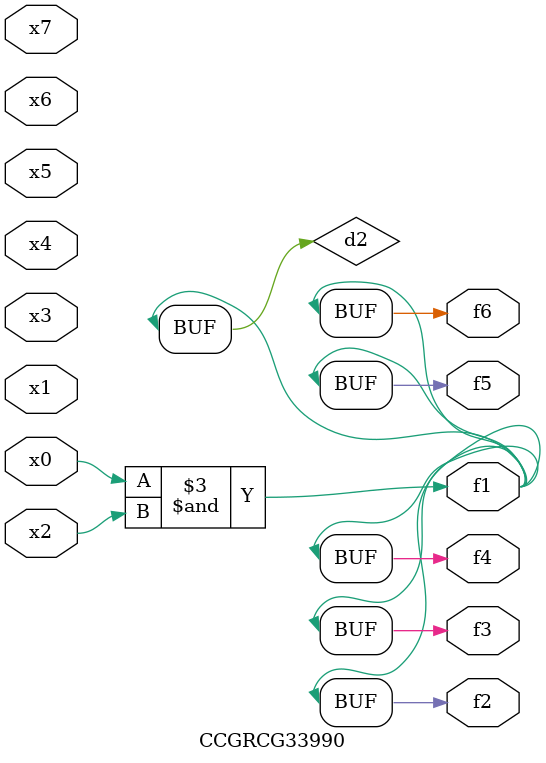
<source format=v>
module CCGRCG33990(
	input x0, x1, x2, x3, x4, x5, x6, x7,
	output f1, f2, f3, f4, f5, f6
);

	wire d1, d2;

	nor (d1, x3, x6);
	and (d2, x0, x2);
	assign f1 = d2;
	assign f2 = d2;
	assign f3 = d2;
	assign f4 = d2;
	assign f5 = d2;
	assign f6 = d2;
endmodule

</source>
